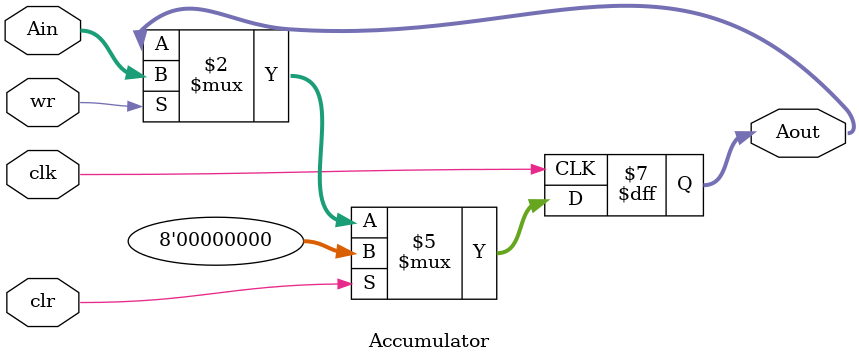
<source format=v>
module Accumulator (clk, clr, wr, Ain, Aout);
	input clk, clr, wr;
	input [7:0] Ain;
	output reg [7:0] Aout;
	
	always @ (posedge clk) begin
		if (clr) Aout <= 0;
		else if (wr) Aout <= Ain;
	end
	
	
endmodule

</source>
